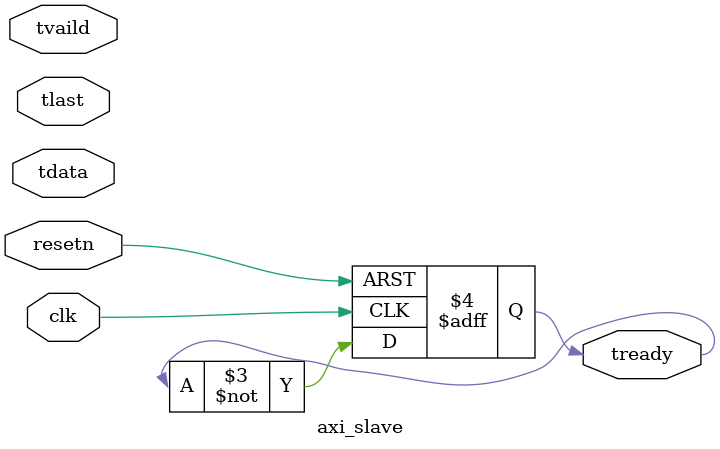
<source format=v>
module axi_master(
  input wire clk,
  input wire resetn,
  output reg tvaild,
  output reg [7:0] tdata,
  output reg tlast,
  input wire tready
);
  parameter index_count=8;//change this to expand the storage size
  reg [7:0]index;  //index count
  reg [7:0]values[0:index_count-1]={16,17,29,31,59,60,65,30}; //memory or array and mention data type here only;
  always@(posedge clk or negedge resetn) begin
  //At every posedge master is activated and at every negedge reset system is reset
    if(!resetn) begin
      tvaild<=0;
      tdata<=0;
      tlast<=0;
      index<=0;
    end
    else begin
      tvaild<=1;
      if(tready) begin
        tdata=values[index];
        tlast=(index==index_count-1);
        if(index==index_count-1)
          index<=0;
        else
          index=index+1;
      end
    end
  end
endmodule

//AXI slave for data reception
module axi_slave(
  input wire clk,
  input wire resetn,
  input wire tvaild,
  input wire [7:0] tdata,
  input wire tlast,
  output reg tready);
  always@( posedge clk or negedge resetn ) begin
    if(!resetn)
      tready<=1;
    else 
      tready<=~tready;
  end
endmodule
</source>
